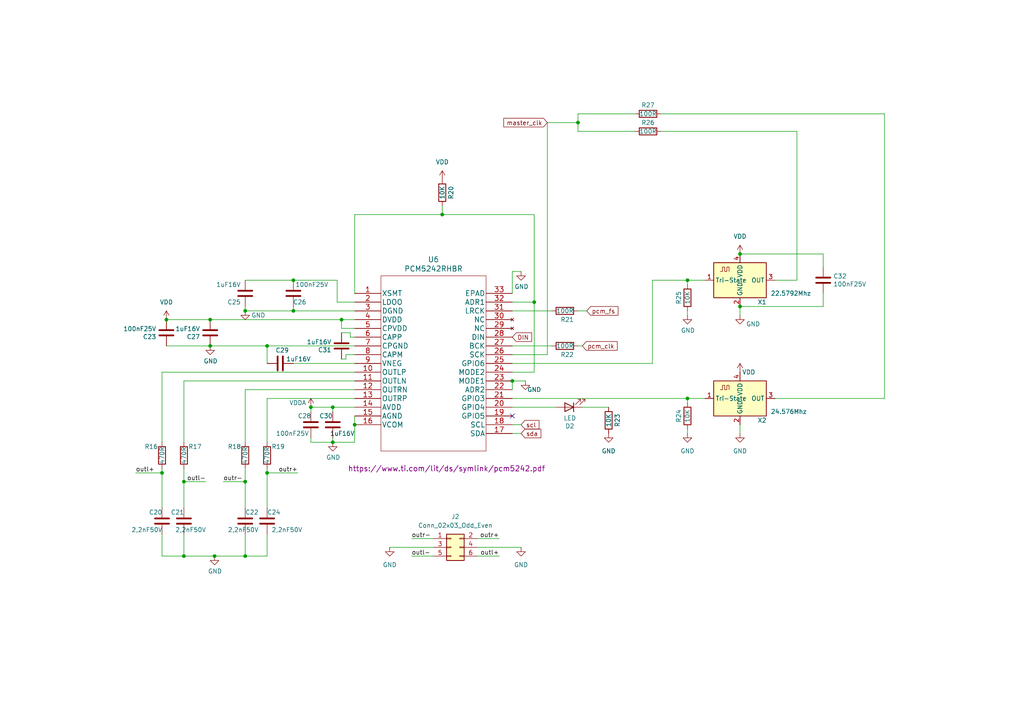
<source format=kicad_sch>
(kicad_sch (version 20230121) (generator eeschema)
  (paper "A4")
  (title_block (title "Open Pedalboard Soundcard") (date "2023-12-19") (rev "0.0.1") (company "github.com/pedalboard") (comment 1 "Source Code: https://github.com/pedalboard/pedalboard-hw") (comment 2 "License: CERN Open Hardware Licence Version 2 - Permissive"))
  (lib_symbols
    (symbol "Connector_Generic:Conn_02x03_Odd_Even" (pin_names (offset 1.016) hide)
      (property "Reference" "J" (at 1.27 5.08 0))
      (property "Value" "Conn_02x03_Odd_Even" (at 1.27 -5.08 0))
      (symbol "Conn_02x03_Odd_Even_1_1"
        (rectangle (start -1.27 -2.413) (end 0 -2.667) (stroke (width 0.1524)))
        (rectangle (start -1.27 0.127) (end 0 -0.127) (stroke (width 0.1524)))
        (rectangle (start -1.27 2.667) (end 0 2.413) (stroke (width 0.1524)))
        (rectangle (start -1.27 3.81) (end 3.81 -3.81) (stroke (width 0.254)) (fill (type background)))
        (rectangle (start 3.81 -2.413) (end 2.54 -2.667) (stroke (width 0.1524)))
        (rectangle (start 3.81 0.127) (end 2.54 -0.127) (stroke (width 0.1524)))
        (rectangle (start 3.81 2.667) (end 2.54 2.413) (stroke (width 0.1524)))
        (pin passive line (at -5.08 2.54 0) (length 3.81) (name "Pin_1") (number "1"))
        (pin passive line (at 7.62 2.54 180) (length 3.81) (name "Pin_2") (number "2"))
        (pin passive line (at -5.08 0 0) (length 3.81) (name "Pin_3") (number "3"))
        (pin passive line (at 7.62 0 180) (length 3.81) (name "Pin_4") (number "4"))
        (pin passive line (at -5.08 -2.54 0) (length 3.81) (name "Pin_5") (number "5"))
        (pin passive line (at 7.62 -2.54 180) (length 3.81) (name "Pin_6") (number "6"))
      )
    )
    (symbol "Device:C" (pin_numbers hide) (pin_names (offset 0.254))
      (property "Reference" "C" (at 0.635 2.54 0))
      (property "Value" "C" (at 0.635 -2.54 0))
      (symbol "C_0_1"
        (polyline (pts (xy -2.032 -0.762) (xy 2.032 -0.762)) (stroke (width 0.508)))
        (polyline (pts (xy -2.032 0.762) (xy 2.032 0.762)) (stroke (width 0.508)))
      )
      (symbol "C_1_1"
        (pin passive line (at 0 3.81 270) (length 2.794) (name "~") (number "1"))
        (pin passive line (at 0 -3.81 90) (length 2.794) (name "~") (number "2"))
      )
    )
    (symbol "Device:LED" (pin_numbers hide) (pin_names (offset 1.016) hide)
      (property "Reference" "D" (at 0 2.54 0))
      (property "Value" "LED" (at 0 -2.54 0))
      (symbol "LED_0_1"
        (polyline (pts (xy -1.27 -1.27) (xy -1.27 1.27)) (stroke (width 0.254)))
        (polyline (pts (xy -1.27 0) (xy 1.27 0)))
        (polyline (pts (xy 1.27 -1.27) (xy 1.27 1.27) (xy -1.27 0) (xy 1.27 -1.27)) (stroke (width 0.254)))
        (polyline (pts (xy -3.048 -0.762) (xy -4.572 -2.286) (xy -3.81 -2.286) (xy -4.572 -2.286) (xy -4.572 -1.524)))
        (polyline (pts (xy -1.778 -0.762) (xy -3.302 -2.286) (xy -2.54 -2.286) (xy -3.302 -2.286) (xy -3.302 -1.524)))
      )
      (symbol "LED_1_1"
        (pin passive line (at -3.81 0 0) (length 2.54) (name "K") (number "1"))
        (pin passive line (at 3.81 0 180) (length 2.54) (name "A") (number "2"))
      )
    )
    (symbol "Device:R" (pin_numbers hide) (pin_names (offset 0))
      (property "Reference" "R" (at 2.032 0 90))
      (property "Value" "R" (at 0 0 90))
      (symbol "R_0_1"
        (rectangle (start -1.016 -2.54) (end 1.016 2.54) (stroke (width 0.254)))
      )
      (symbol "R_1_1"
        (pin passive line (at 0 3.81 270) (length 1.27) (name "~") (number "1"))
        (pin passive line (at 0 -3.81 90) (length 1.27) (name "~") (number "2"))
      )
    )
    (symbol "pedalboard-soundcard:ASCO-Oscillator"
      (property "Reference" "X1" (at 5.08 -6.35 0))
      (property "Value" "22.5792Mhz" (at 7.62 -3.81 0))
      (symbol "ASCO-Oscillator_0_1"
        (rectangle (start -7.62 5.08) (end 7.62 -5.08) (stroke (width 0.254)) (fill (type background)))
        (polyline (pts (xy -5.715 2.54) (xy -5.08 2.54) (xy -5.08 3.81) (xy -4.445 3.81) (xy -4.445 2.54) (xy -3.81 2.54) (xy -3.81 3.81) (xy -3.175 3.81) (xy -3.175 2.54)))
      )
      (symbol "ASCO-Oscillator_1_1"
        (pin tri_state line (at -10.16 0 0) (length 2.54) (name "Tri-State") (number "1"))
        (pin power_in line (at 0 -7.62 90) (length 2.54) (name "GND") (number "2"))
        (pin output line (at 10.16 0 180) (length 2.54) (name "OUT") (number "3"))
        (pin power_in line (at 0 7.62 270) (length 2.54) (name "VDD") (number "4"))
      )
    )
    (symbol "pedalboard-soundcard:PCM5242RHBR-pcm5242" (pin_names (offset 0.254))
      (property "Reference" "U6" (at 22.86 9.8298 0))
      (property "Value" "PCM5242RHBR" (at 22.86 7.1374 0))
      (property "Datasheet" "https://www.ti.com/lit/ds/symlink/pcm5242.pdf" (at 26.67 -50.8 0))
      (symbol "PCM5242RHBR-pcm5242_1_1"
        (polyline (pts (xy 7.62 -45.72) (xy 38.1 -45.72)) (stroke (width 0.127)))
        (polyline (pts (xy 7.62 5.08) (xy 7.62 -45.72)) (stroke (width 0.127)))
        (polyline (pts (xy 38.1 -45.72) (xy 38.1 5.08)) (stroke (width 0.127)))
        (polyline (pts (xy 38.1 5.08) (xy 7.62 5.08)) (stroke (width 0.127)))
        (pin input line (at 0 0 0) (length 7.62) (name "XSMT") (number "1"))
        (pin output line (at 0 -22.86 0) (length 7.62) (name "OUTLP") (number "10"))
        (pin output line (at 0 -25.4 0) (length 7.62) (name "OUTLN") (number "11"))
        (pin output line (at 0 -27.94 0) (length 7.62) (name "OUTRN") (number "12"))
        (pin output line (at 0 -30.48 0) (length 7.62) (name "OUTRP") (number "13"))
        (pin power_in line (at 0 -33.02 0) (length 7.62) (name "AVDD") (number "14"))
        (pin power_in line (at 0 -35.56 0) (length 7.62) (name "AGND") (number "15"))
        (pin bidirectional line (at 0 -38.1 0) (length 7.62) (name "VCOM") (number "16"))
        (pin bidirectional line (at 45.72 -40.64 180) (length 7.62) (name "SDA") (number "17"))
        (pin input line (at 45.72 -38.1 180) (length 7.62) (name "SCL") (number "18"))
        (pin bidirectional line (at 45.72 -35.56 180) (length 7.62) (name "GPIO5") (number "19"))
        (pin output line (at 0 -2.54 0) (length 7.62) (name "LDOO") (number "2"))
        (pin bidirectional line (at 45.72 -33.02 180) (length 7.62) (name "GPIO4") (number "20"))
        (pin bidirectional line (at 45.72 -30.48 180) (length 7.62) (name "GPIO3") (number "21"))
        (pin bidirectional line (at 45.72 -27.94 180) (length 7.62) (name "ADR2") (number "22"))
        (pin input line (at 45.72 -25.4 180) (length 7.62) (name "MODE1") (number "23"))
        (pin input line (at 45.72 -22.86 180) (length 7.62) (name "MODE2") (number "24"))
        (pin bidirectional line (at 45.72 -20.32 180) (length 7.62) (name "GPIO6") (number "25"))
        (pin input line (at 45.72 -17.78 180) (length 7.62) (name "SCK") (number "26"))
        (pin bidirectional line (at 45.72 -15.24 180) (length 7.62) (name "BCK") (number "27"))
        (pin input line (at 45.72 -12.7 180) (length 7.62) (name "DIN") (number "28"))
        (pin no_connect line (at 45.72 -10.16 180) (length 7.62) (name "NC") (number "29"))
        (pin power_in line (at 0 -5.08 0) (length 7.62) (name "DGND") (number "3"))
        (pin no_connect line (at 45.72 -7.62 180) (length 7.62) (name "NC") (number "30"))
        (pin bidirectional line (at 45.72 -5.08 180) (length 7.62) (name "LRCK") (number "31"))
        (pin bidirectional line (at 45.72 -2.54 180) (length 7.62) (name "ADR1") (number "32"))
        (pin unspecified line (at 45.72 0 180) (length 7.62) (name "EPAD") (number "33"))
        (pin power_in line (at 0 -7.62 0) (length 7.62) (name "DVDD") (number "4"))
        (pin power_in line (at 0 -10.16 0) (length 7.62) (name "CPVDD") (number "5"))
        (pin output line (at 0 -12.7 0) (length 7.62) (name "CAPP") (number "6"))
        (pin power_in line (at 0 -15.24 0) (length 7.62) (name "CPGND") (number "7"))
        (pin output line (at 0 -17.78 0) (length 7.62) (name "CAPM") (number "8"))
        (pin output line (at 0 -20.32 0) (length 7.62) (name "VNEG") (number "9"))
      )
    )
    (symbol "power:GND" (power) (pin_names (offset 0))
      (property "Value" "GND" (at 0 -3.81 0))
      (symbol "GND_0_1"
        (polyline (pts (xy 0 0) (xy 0 -1.27) (xy 1.27 -1.27) (xy 0 -2.54) (xy -1.27 -1.27) (xy 0 -1.27)))
      )
      (symbol "GND_1_1"
        (pin power_in line (at 0 0 270) (length 0) hide (name "GND") (number "1"))
      )
    )
    (symbol "power:VDD" (power) (pin_names (offset 0))
      (property "Value" "VDD" (at 0 3.81 0))
      (symbol "VDD_0_1"
        (polyline (pts (xy -0.762 1.27) (xy 0 2.54)))
        (polyline (pts (xy 0 0) (xy 0 2.54)))
        (polyline (pts (xy 0 2.54) (xy 0.762 1.27)))
      )
      (symbol "VDD_1_1"
        (pin power_in line (at 0 0 90) (length 0) hide (name "VDD") (number "1"))
      )
    )
    (symbol "power:VDDA" (power) (pin_names (offset 0))
      (property "Value" "VDDA" (at 0 3.81 0))
      (symbol "VDDA_0_1"
        (polyline (pts (xy -0.762 1.27) (xy 0 2.54)))
        (polyline (pts (xy 0 0) (xy 0 2.54)))
        (polyline (pts (xy 0 2.54) (xy 0.762 1.27)))
      )
      (symbol "VDDA_1_1"
        (pin power_in line (at 0 0 90) (length 0) hide (name "VDDA") (number "1"))
      )
    )
  )
  (junction (at 90.17 118.11))
  (junction (at 199.39 115.57))
  (junction (at 99.06 92.71))
  (junction (at 85.09 90.17))
  (junction (at 199.39 81.28))
  (junction (at 60.96 100.33))
  (junction (at 48.26 92.71))
  (junction (at 102.87 123.19))
  (junction (at 214.63 73.66))
  (junction (at 53.34 139.7))
  (junction (at 71.12 161.29))
  (junction (at 77.47 137.16))
  (junction (at 167.64 35.56))
  (junction (at 46.99 137.16))
  (junction (at 60.96 92.71))
  (junction (at 85.09 81.28))
  (junction (at 53.34 161.29))
  (junction (at 96.52 128.27))
  (junction (at 128.27 62.23))
  (junction (at 214.63 88.9))
  (junction (at 77.47 100.33))
  (junction (at 154.94 87.63))
  (junction (at 71.12 90.17))
  (junction (at 71.12 139.7))
  (junction (at 96.52 118.11))
  (junction (at 148.59 110.49))
  (junction (at 62.23 161.29))
  (no_connect (at 148.59 120.65))
  (wire (pts (xy 85.09 81.28) (xy 97.79 81.28)))
  (wire (pts (xy 77.47 115.57) (xy 77.47 128.27)))
  (wire (pts (xy 62.23 161.29) (xy 71.12 161.29)))
  (wire (pts (xy 148.59 102.87) (xy 158.75 102.87)))
  (wire (pts (xy 77.47 161.29) (xy 77.47 154.94)))
  (wire (pts (xy 59.69 139.7) (xy 53.34 139.7)))
  (wire (pts (xy 90.17 118.11) (xy 96.52 118.11)))
  (wire (pts (xy 144.78 156.21) (xy 138.43 156.21)))
  (wire (pts (xy 39.37 137.16) (xy 46.99 137.16)))
  (wire (pts (xy 176.53 118.11) (xy 168.91 118.11)))
  (wire (pts (xy 167.64 33.02) (xy 184.15 33.02)))
  (wire (pts (xy 102.87 118.11) (xy 96.52 118.11)))
  (wire (pts (xy 53.34 135.89) (xy 53.34 139.7)))
  (wire (pts (xy 199.39 116.84) (xy 199.39 115.57)))
  (wire (pts (xy 77.47 100.33) (xy 102.87 100.33)))
  (wire (pts (xy 161.29 118.11) (xy 148.59 118.11)))
  (wire (pts (xy 71.12 128.27) (xy 71.12 113.03)))
  (wire (pts (xy 77.47 137.16) (xy 77.47 147.32)))
  (wire (pts (xy 71.12 135.89) (xy 71.12 139.7)))
  (wire (pts (xy 148.59 105.41) (xy 189.23 105.41)))
  (wire (pts (xy 238.76 88.9) (xy 214.63 88.9)))
  (wire (pts (xy 71.12 90.17) (xy 85.09 90.17)))
  (wire (pts (xy 128.27 62.23) (xy 154.94 62.23)))
  (wire (pts (xy 53.34 110.49) (xy 53.34 128.27)))
  (wire (pts (xy 148.59 78.74) (xy 148.59 85.09)))
  (wire (pts (xy 256.54 33.02) (xy 191.77 33.02)))
  (wire (pts (xy 53.34 147.32) (xy 53.34 139.7)))
  (wire (pts (xy 148.59 123.19) (xy 151.13 123.19)))
  (wire (pts (xy 99.06 96.52) (xy 101.6 96.52)))
  (wire (pts (xy 90.17 128.27) (xy 96.52 128.27)))
  (wire (pts (xy 96.52 119.38) (xy 96.52 118.11)))
  (wire (pts (xy 154.94 62.23) (xy 154.94 87.63)))
  (wire (pts (xy 85.09 90.17) (xy 102.87 90.17)))
  (wire (pts (xy 96.52 128.27) (xy 102.87 128.27)))
  (wire (pts (xy 214.63 91.44) (xy 214.63 88.9)))
  (wire (pts (xy 144.78 161.29) (xy 138.43 161.29)))
  (wire (pts (xy 238.76 77.47) (xy 238.76 73.66)))
  (wire (pts (xy 102.87 87.63) (xy 97.79 87.63)))
  (wire (pts (xy 154.94 87.63) (xy 154.94 107.95)))
  (wire (pts (xy 167.64 38.1) (xy 184.15 38.1)))
  (wire (pts (xy 214.63 73.66) (xy 238.76 73.66)))
  (wire (pts (xy 102.87 110.49) (xy 53.34 110.49)))
  (wire (pts (xy 148.59 107.95) (xy 154.94 107.95)))
  (wire (pts (xy 71.12 161.29) (xy 71.12 154.94)))
  (wire (pts (xy 97.79 81.28) (xy 97.79 87.63)))
  (wire (pts (xy 71.12 147.32) (xy 71.12 139.7)))
  (wire (pts (xy 160.02 90.17) (xy 148.59 90.17)))
  (wire (pts (xy 99.06 92.71) (xy 102.87 92.71)))
  (wire (pts (xy 113.03 158.75) (xy 125.73 158.75)))
  (wire (pts (xy 71.12 161.29) (xy 77.47 161.29)))
  (wire (pts (xy 77.47 105.41) (xy 77.47 100.33)))
  (wire (pts (xy 71.12 113.03) (xy 102.87 113.03)))
  (wire (pts (xy 102.87 95.25) (xy 99.06 95.25)))
  (wire (pts (xy 167.64 38.1) (xy 167.64 35.56)))
  (wire (pts (xy 46.99 161.29) (xy 53.34 161.29)))
  (wire (pts (xy 99.06 104.14) (xy 100.33 104.14)))
  (wire (pts (xy 256.54 33.02) (xy 256.54 115.57)))
  (wire (pts (xy 256.54 115.57) (xy 224.79 115.57)))
  (wire (pts (xy 71.12 81.28) (xy 85.09 81.28)))
  (wire (pts (xy 99.06 95.25) (xy 99.06 92.71)))
  (wire (pts (xy 77.47 135.89) (xy 77.47 137.16)))
  (wire (pts (xy 231.14 81.28) (xy 224.79 81.28)))
  (wire (pts (xy 71.12 90.17) (xy 71.12 88.9)))
  (wire (pts (xy 199.39 115.57) (xy 204.47 115.57)))
  (wire (pts (xy 85.09 88.9) (xy 85.09 90.17)))
  (wire (pts (xy 102.87 107.95) (xy 46.99 107.95)))
  (wire (pts (xy 101.6 97.79) (xy 102.87 97.79)))
  (wire (pts (xy 158.75 35.56) (xy 167.64 35.56)))
  (wire (pts (xy 189.23 105.41) (xy 189.23 81.28)))
  (wire (pts (xy 53.34 161.29) (xy 62.23 161.29)))
  (wire (pts (xy 46.99 107.95) (xy 46.99 128.27)))
  (wire (pts (xy 102.87 128.27) (xy 102.87 123.19)))
  (wire (pts (xy 86.36 137.16) (xy 77.47 137.16)))
  (wire (pts (xy 214.63 125.73) (xy 214.63 123.19)))
  (wire (pts (xy 170.18 90.17) (xy 167.64 90.17)))
  (wire (pts (xy 148.59 78.74) (xy 151.13 78.74)))
  (wire (pts (xy 46.99 161.29) (xy 46.99 154.94)))
  (wire (pts (xy 119.38 156.21) (xy 125.73 156.21)))
  (wire (pts (xy 85.09 105.41) (xy 102.87 105.41)))
  (wire (pts (xy 100.33 102.87) (xy 102.87 102.87)))
  (wire (pts (xy 128.27 59.69) (xy 128.27 62.23)))
  (wire (pts (xy 191.77 38.1) (xy 231.14 38.1)))
  (wire (pts (xy 60.96 100.33) (xy 77.47 100.33)))
  (wire (pts (xy 199.39 91.44) (xy 199.39 90.17)))
  (wire (pts (xy 199.39 81.28) (xy 204.47 81.28)))
  (wire (pts (xy 46.99 137.16) (xy 46.99 147.32)))
  (wire (pts (xy 148.59 113.03) (xy 148.59 110.49)))
  (wire (pts (xy 96.52 128.27) (xy 96.52 127)))
  (wire (pts (xy 148.59 115.57) (xy 199.39 115.57)))
  (wire (pts (xy 199.39 82.55) (xy 199.39 81.28)))
  (wire (pts (xy 102.87 115.57) (xy 77.47 115.57)))
  (wire (pts (xy 48.26 100.33) (xy 60.96 100.33)))
  (wire (pts (xy 101.6 96.52) (xy 101.6 97.79)))
  (wire (pts (xy 189.23 81.28) (xy 199.39 81.28)))
  (wire (pts (xy 148.59 100.33) (xy 160.02 100.33)))
  (wire (pts (xy 148.59 87.63) (xy 154.94 87.63)))
  (wire (pts (xy 231.14 38.1) (xy 231.14 81.28)))
  (wire (pts (xy 46.99 135.89) (xy 46.99 137.16)))
  (wire (pts (xy 102.87 62.23) (xy 128.27 62.23)))
  (wire (pts (xy 168.91 100.33) (xy 167.64 100.33)))
  (wire (pts (xy 138.43 158.75) (xy 151.13 158.75)))
  (wire (pts (xy 64.77 139.7) (xy 71.12 139.7)))
  (wire (pts (xy 102.87 120.65) (xy 102.87 123.19)))
  (wire (pts (xy 167.64 33.02) (xy 167.64 35.56)))
  (wire (pts (xy 48.26 92.71) (xy 60.96 92.71)))
  (wire (pts (xy 90.17 119.38) (xy 90.17 118.11)))
  (wire (pts (xy 60.96 92.71) (xy 99.06 92.71)))
  (wire (pts (xy 119.38 161.29) (xy 125.73 161.29)))
  (wire (pts (xy 199.39 125.73) (xy 199.39 124.46)))
  (wire (pts (xy 53.34 161.29) (xy 53.34 154.94)))
  (wire (pts (xy 158.75 35.56) (xy 158.75 102.87)))
  (wire (pts (xy 238.76 85.09) (xy 238.76 88.9)))
  (wire (pts (xy 100.33 104.14) (xy 100.33 102.87)))
  (wire (pts (xy 148.59 110.49) (xy 152.4 110.49)))
  (wire (pts (xy 90.17 128.27) (xy 90.17 127)))
  (wire (pts (xy 148.59 125.73) (xy 151.13 125.73)))
  (wire (pts (xy 102.87 85.09) (xy 102.87 62.23)))
  (label "outl-" (at 59.69 139.7 180))
  (label "outl+" (at 144.78 161.29 180))
  (label "outl-" (at 119.38 161.29 0))
  (label "outr+" (at 86.36 137.16 180))
  (label "outr-" (at 119.38 156.21 0))
  (label "outr+" (at 144.78 156.21 180))
  (label "outl+" (at 39.37 137.16 0))
  (label "outr-" (at 64.77 139.7 0))
  (global_label "scl" (shape input) (at 151.13 123.19 0) (property "Intersheetrefs" "${INTERSHEET_REFS}" (effects hide)))
  (global_label "DIN" (shape input) (at 148.59 97.79 0) (property "Intersheetrefs" "${INTERSHEET_REFS}" (effects hide)))
  (global_label "pcm_clk" (shape input) (at 168.91 100.33 0) (property "Intersheetrefs" "${INTERSHEET_REFS}" (effects hide)))
  (global_label "sda" (shape input) (at 151.13 125.73 0) (property "Intersheetrefs" "${INTERSHEET_REFS}" (effects hide)))
  (global_label "pcm_fs" (shape input) (at 170.18 90.17 0) (property "Intersheetrefs" "${INTERSHEET_REFS}" (effects hide)))
  (global_label "master_clk" (shape input) (at 158.75 35.56 180) (property "Intersheetrefs" "${INTERSHEET_REFS}" (effects hide)))
  (symbol (lib_id "Device:C") (at 71.12 85.09 180) (unit 1)
    (property "Reference" "C25" (at 69.85 87.63 0) (effects (justify left)))
    (property "Value" "1uF16V" (at 69.85 82.55 0) (effects (justify left)))
    (property "Footprint" "Capacitor_SMD:C_0805_2012Metric" (effects hide))
    (property "Datasheet" "https://www.samsungsem.com/resources/file/global/support/product_catalog/MLCC.pdf" (effects hide))
    (property "Supplier" "https://www.digikey.ch/de/products/detail/samsung-electro-mechanics/CL21B105KAFNNNE/3886724" (effects hide))
    (instances (project "pedalboard-soundcard" (path "" (reference "C25") (unit 1)) (path "" (reference "C23") (unit 1))) (project "zynthiandac" (path "" (reference "C25") (unit 1))))
  )
  (symbol (lib_id "Device:C") (at 48.26 96.52 180) (unit 1)
    (property "Reference" "C23" (at 45.339 97.6884 0) (effects (justify left)))
    (property "Value" "100nF25V" (at 45.339 95.377 0) (effects (justify left)))
    (property "Footprint" "Capacitor_SMD:C_0805_2012Metric" (effects hide))
    (property "Datasheet" "https://www.samsungsem.com/resources/file/global/support/product_catalog/MLCC.pdf" (effects hide))
    (property "Supplier" "https://www.digikey.ch/de/products/detail/samsung-electro-mechanics/CL21B104KBCNNNC/3886661" (effects hide))
    (instances (project "pedalboard-soundcard" (path "" (reference "C23") (unit 1)) (path "" (reference "C20") (unit 1))) (project "zynthiandac" (path "" (reference "C18") (unit 1))))
  )
  (symbol (lib_id "Device:C") (at 99.06 100.33 180) (unit 1)
    (property "Reference" "C31" (at 96.139 101.4984 0) (effects (justify left)))
    (property "Value" "1uF16V" (at 96.139 99.187 0) (effects (justify left)))
    (property "Footprint" "Capacitor_SMD:C_0805_2012Metric" (effects hide))
    (property "Datasheet" "https://www.samsungsem.com/resources/file/global/support/product_catalog/MLCC.pdf" (effects hide))
    (property "Supplier" "https://www.digikey.ch/de/products/detail/samsung-electro-mechanics/CL21B105KAFNNNE/3886724" (effects hide))
    (instances (project "pedalboard-soundcard" (path "" (reference "C31") (unit 1)) (path "" (reference "C31") (unit 1))) (project "zynthiandac" (path "" (reference "C26") (unit 1))))
  )
  (symbol (lib_id "Device:R") (at 187.96 38.1 270) (unit 1)
    (property "Reference" "R26" (at 187.96 35.56 90))
    (property "Value" "100R" (at 187.96 38.1 90))
    (property "Footprint" "Resistor_SMD:R_0805_2012Metric" (effects hide))
    (property "Datasheet" "https://www.seielect.com/catalog/sei-rmcf_rmcp.pdf" (effects hide))
    (property "Supplier" "https://www.digikey.ch/de/products/detail/stackpole-electronics-inc/RMCF0805FT100R/1760711" (effects hide))
    (instances (project "pedalboard-soundcard" (path "" (reference "R26") (unit 1)) (path "" (reference "R26") (unit 1))) (project "zynthiandac" (path "" (reference "R21") (unit 1))))
  )
  (symbol (lib_id "Device:R") (at 77.47 132.08 0) (unit 1)
    (property "Reference" "R19" (at 78.74 129.54 0) (effects (justify left)))
    (property "Value" "470R" (at 77.47 134.62 90) (effects (justify left)))
    (property "Footprint" "Resistor_SMD:R_0805_2012Metric" (effects hide))
    (property "Datasheet" "https://www.seielect.com/catalog/sei-rmcf_rmcp.pdf" (effects hide))
    (property "Supplier" "https://www.digikey.ch/de/products/detail/stackpole-electronics-inc/RMCF0805FT470R/1760300" (effects hide))
    (instances (project "pedalboard-soundcard" (path "" (reference "R19") (unit 1)) (path "" (reference "R19") (unit 1))) (project "zynthiandac" (path "" (reference "R18") (unit 1))))
  )
  (symbol (lib_id "power:GND") (at 176.53 125.73 0) (unit 1)
    (property "Reference" "#PWR029" (effects hide))
    (property "Value" "GND" (at 176.53 130.81 0))
  )
  (symbol (lib_id "Device:LED") (at 165.1 118.11 180) (unit 1)
    (property "Reference" "D2" (at 165.2778 123.5964 0))
    (property "Value" "LED" (at 165.2778 121.285 0))
    (property "Footprint" "LED_SMD:LED_0805_2012Metric" (effects hide))
  )
  (symbol (lib_id "Device:C") (at 90.17 123.19 0) (unit 1)
    (property "Reference" "C28" (at 86.36 120.65 0) (effects (justify left)))
    (property "Value" "100nF25V" (at 80.01 125.73 0) (effects (justify left)))
    (property "Footprint" "Capacitor_SMD:C_0805_2012Metric" (effects hide))
    (property "Datasheet" "https://www.samsungsem.com/resources/file/global/support/product_catalog/MLCC.pdf" (effects hide))
    (property "Supplier" "https://www.digikey.ch/de/products/detail/samsung-electro-mechanics/CL21B104KBCNNNC/3886661" (effects hide))
    (instances (project "pedalboard-soundcard" (path "" (reference "C28") (unit 1)) (path "" (reference "C29") (unit 1))) (project "zynthiandac" (path "" (reference "C23") (unit 1))))
  )
  (symbol (lib_id "Device:C") (at 85.09 85.09 180) (unit 1)
    (property "Reference" "C26" (at 88.9 87.63 0) (effects (justify left)))
    (property "Value" "100nF25V" (at 95.25 82.55 0) (effects (justify left)))
    (property "Footprint" "Capacitor_SMD:C_0805_2012Metric" (effects hide))
    (property "Datasheet" "https://www.samsungsem.com/resources/file/global/support/product_catalog/MLCC.pdf" (effects hide))
    (property "Supplier" "https://www.digikey.ch/de/products/detail/samsung-electro-mechanics/CL21B104KBCNNNC/3886661" (effects hide))
    (instances (project "pedalboard-soundcard" (path "" (reference "C26") (unit 1)) (path "" (reference "C28") (unit 1))) (project "zynthiandac" (path "" (reference "C31") (unit 1))))
  )
  (symbol (lib_id "Device:R") (at 128.27 55.88 180) (unit 1)
    (property "Reference" "R20" (at 130.81 55.88 90))
    (property "Value" "10K" (at 128.27 55.88 90))
    (property "Footprint" "Resistor_SMD:R_0805_2012Metric" (effects hide))
    (property "Datasheet" "https://www.seielect.com/catalog/sei-rmcf_rmcp.pdf" (effects hide))
    (property "Supplier" "https://www.digikey.ch/de/products/detail/stackpole-electronics-inc/RMCF0805FT10K0/1760676" (effects hide))
    (instances (project "pedalboard-soundcard" (path "" (reference "R20") (unit 1)) (path "" (reference "R20") (unit 1))) (project "zynthiandac" (path "" (reference "R1") (unit 1))))
  )
  (symbol (lib_id "Device:C") (at 71.12 151.13 0) (unit 1)
    (property "Reference" "C22" (at 71.12 148.59 0) (effects (justify left)))
    (property "Value" "2,2nF50V" (at 66.04 153.67 0) (effects (justify left)))
    (property "Footprint" "Capacitor_SMD:C_0805_2012Metric" (effects hide))
    (property "Datasheet" "https://www.samsungsem.com/resources/file/global/support/product_catalog/MLCC.pdf" (effects hide))
    (property "Supplier" "https://www.digikey.ch/de/products/detail/samsung-electro-mechanics/CL21B222KBANNNC/3886829" (effects hide))
    (instances (project "pedalboard-soundcard" (path "" (reference "C22") (unit 1)) (path "" (reference "C25") (unit 1))) (project "zynthiandac" (path "" (reference "C16") (unit 1))))
  )
  (symbol (lib_id "pedalboard-soundcard:ASCO-Oscillator") (at 214.63 115.57 0) (unit 1)
    (property "Reference" "X2" (at 219.71 121.92 0) (effects (justify left)))
    (property "Value" "24.576Mhz" (at 223.52 119.38 0) (effects (justify left)))
    (property "Footprint" "pedalboard-soundcard:Oscillator_SMD_Abracon_ASDMB-4Pin_2.5x2.0mm" (effects hide))
    (property "Datasheet" "https://abracon.com/Oscillators/ASCO.pdf" (effects hide))
    (property "Supplier" "https://www.digikey.ch/de/products/detail/abracon-llc/ASDMB-24-576MHZ-LC-T/2809941" (effects hide))
  )
  (symbol (lib_id "Device:R") (at 187.96 33.02 270) (unit 1)
    (property "Reference" "R27" (at 187.96 30.48 90))
    (property "Value" "100R" (at 187.96 33.02 90))
    (property "Footprint" "Resistor_SMD:R_0805_2012Metric" (effects hide))
    (property "Datasheet" "https://www.seielect.com/catalog/sei-rmcf_rmcp.pdf" (effects hide))
    (property "Supplier" "https://www.digikey.ch/de/products/detail/stackpole-electronics-inc/RMCF0805FT100R/1760711" (effects hide))
    (instances (project "pedalboard-soundcard" (path "" (reference "R27") (unit 1)) (path "" (reference "R27") (unit 1))) (project "zynthiandac" (path "" (reference "R22") (unit 1))))
  )
  (symbol (lib_id "Device:R") (at 46.99 132.08 0) (unit 1)
    (property "Reference" "R16" (at 41.91 129.54 0) (effects (justify left)))
    (property "Value" "470R" (at 46.99 134.62 90) (effects (justify left)))
    (property "Footprint" "Resistor_SMD:R_0805_2012Metric" (effects hide))
    (property "Datasheet" "https://www.seielect.com/catalog/sei-rmcf_rmcp.pdf" (effects hide))
    (property "Supplier" "https://www.digikey.ch/de/products/detail/stackpole-electronics-inc/RMCF0805FT470R/1760300" (effects hide))
    (instances (project "pedalboard-soundcard" (path "" (reference "R16") (unit 1)) (path "" (reference "R16") (unit 1))) (project "zynthiandac" (path "" (reference "R15") (unit 1))))
  )
  (symbol (lib_id "Device:C") (at 46.99 151.13 0) (unit 1)
    (property "Reference" "C20" (at 43.18 148.59 0) (effects (justify left)))
    (property "Value" "2,2nF50V" (at 38.1 153.67 0) (effects (justify left)))
    (property "Footprint" "Capacitor_SMD:C_0805_2012Metric" (effects hide))
    (property "Datasheet" "https://www.samsungsem.com/resources/file/global/support/product_catalog/MLCC.pdf" (effects hide))
    (property "Supplier" "https://www.digikey.ch/de/products/detail/samsung-electro-mechanics/CL21B222KBANNNC/3886829" (effects hide))
    (instances (project "pedalboard-soundcard" (path "" (reference "C20") (unit 1)) (path "" (reference "C21") (unit 1))) (project "zynthiandac" (path "" (reference "C10") (unit 1))))
  )
  (symbol (lib_id "Device:C") (at 238.76 81.28 0) (unit 1)
    (property "Reference" "C32" (at 241.681 80.1116 0) (effects (justify left)))
    (property "Value" "100nF25V" (at 241.681 82.423 0) (effects (justify left)))
    (property "Footprint" "Capacitor_SMD:C_0805_2012Metric" (effects hide))
    (property "Datasheet" "https://www.samsungsem.com/resources/file/global/support/product_catalog/MLCC.pdf" (effects hide))
    (property "Supplier" "https://www.digikey.ch/de/products/detail/samsung-electro-mechanics/CL21B104KBCNNNC/3886661" (effects hide))
    (instances (project "pedalboard-soundcard" (path "" (reference "C32") (unit 1)) (path "" (reference "C32") (unit 1))) (project "zynthiandac" (path "" (reference "C28") (unit 1))))
  )
  (symbol (lib_id "power:GND") (at 199.39 91.44 0) (unit 1)
    (property "Reference" "#PWR017" (effects hide))
    (property "Value" "GND" (at 199.517 95.8342 0))
    (instances (project "pedalboard-soundcard" (path "" (reference "#PWR017") (unit 1)) (path "" (reference "#PWR013") (unit 1))) (project "zynthiandac" (path "" (reference "#PWR0103") (unit 1))))
  )
  (symbol (lib_id "Device:R") (at 199.39 120.65 0) (unit 1)
    (property "Reference" "R24" (at 196.85 120.65 90))
    (property "Value" "10K" (at 199.39 120.65 90))
    (property "Footprint" "Resistor_SMD:R_0805_2012Metric" (effects hide))
    (property "Datasheet" "https://www.seielect.com/catalog/sei-rmcf_rmcp.pdf" (effects hide))
    (property "Supplier" "https://www.digikey.ch/de/products/detail/stackpole-electronics-inc/RMCF0805FT10K0/1760676" (effects hide))
    (instances (project "pedalboard-soundcard" (path "" (reference "R24") (unit 1)) (path "" (reference "R23") (unit 1))) (project "zynthiandac" (path "" (reference "R23") (unit 1))))
  )
  (symbol (lib_id "power:GND") (at 60.96 100.33 0) (unit 1)
    (property "Reference" "#PWR013" (effects hide))
    (property "Value" "GND" (at 61.087 104.7242 0))
    (instances (project "pedalboard-soundcard" (path "" (reference "#PWR013") (unit 1)) (path "" (reference "#PWR09") (unit 1))) (project "zynthiandac" (path "" (reference "#PWR0110") (unit 1))))
  )
  (symbol (lib_id "power:GND") (at 96.52 128.27 0) (unit 1)
    (property "Reference" "#PWR015" (effects hide))
    (property "Value" "GND" (at 96.647 132.6642 0))
    (instances (project "pedalboard-soundcard" (path "" (reference "#PWR015") (unit 1)) (path "" (reference "#PWR011") (unit 1))) (project "zynthiandac" (path "" (reference "#PWR0111") (unit 1))))
  )
  (symbol (lib_id "power:GND") (at 214.63 125.73 0) (unit 1)
    (property "Reference" "#PWR028" (effects hide))
    (property "Value" "GND" (at 214.63 130.81 0))
  )
  (symbol (lib_id "Device:C") (at 60.96 96.52 180) (unit 1)
    (property "Reference" "C27" (at 58.039 97.6884 0) (effects (justify left)))
    (property "Value" "1uF16V" (at 58.039 95.377 0) (effects (justify left)))
    (property "Footprint" "Capacitor_SMD:C_0805_2012Metric" (effects hide))
    (property "Datasheet" "https://www.samsungsem.com/resources/file/global/support/product_catalog/MLCC.pdf" (effects hide))
    (property "Supplier" "https://www.digikey.ch/de/products/detail/samsung-electro-mechanics/CL21B105KAFNNNE/3886724" (effects hide))
    (instances (project "pedalboard-soundcard" (path "" (reference "C27") (unit 1)) (path "" (reference "C24") (unit 1))) (project "zynthiandac" (path "" (reference "C22") (unit 1))))
  )
  (symbol (lib_id "power:GND") (at 62.23 161.29 0) (unit 1)
    (property "Reference" "#PWR012" (effects hide))
    (property "Value" "GND" (at 62.357 165.6842 0))
    (instances (project "pedalboard-soundcard" (path "" (reference "#PWR012") (unit 1)) (path "" (reference "#PWR08") (unit 1))) (project "zynthiandac" (path "" (reference "#PWR0113") (unit 1))))
  )
  (symbol (lib_id "power:GND") (at 151.13 158.75 0) (unit 1)
    (property "Reference" "#PWR017" (effects hide))
    (property "Value" "GND" (at 151.13 163.83 0))
  )
  (symbol (lib_id "power:GND") (at 113.03 158.75 0) (unit 1)
    (property "Reference" "#PWR016" (effects hide))
    (property "Value" "GND" (at 113.03 163.83 0))
  )
  (symbol (lib_id "power:GND") (at 214.63 91.44 0) (unit 1)
    (property "Reference" "#PWR027" (effects hide))
    (property "Value" "GND" (at 218.44 93.98 0))
  )
  (symbol (lib_id "power:GND") (at 151.13 78.74 0) (unit 1)
    (property "Reference" "#PWR016" (effects hide))
    (property "Value" "GND" (at 151.257 83.1342 0))
    (instances (project "pedalboard-soundcard" (path "" (reference "#PWR016") (unit 1)) (path "" (reference "#PWR012") (unit 1))) (project "zynthiandac" (path "" (reference "#PWR0115") (unit 1))))
  )
  (symbol (lib_id "Device:C") (at 96.52 123.19 180) (unit 1)
    (property "Reference" "C30" (at 96.52 120.65 0) (effects (justify left)))
    (property "Value" "1uF16V" (at 102.87 125.73 0) (effects (justify left)))
    (property "Footprint" "Capacitor_SMD:C_0805_2012Metric" (effects hide))
    (property "Datasheet" "https://www.samsungsem.com/resources/file/global/support/product_catalog/MLCC.pdf" (effects hide))
    (property "Supplier" "https://www.digikey.ch/de/products/detail/samsung-electro-mechanics/CL21B105KAFNNNE/3886724" (effects hide))
    (instances (project "pedalboard-soundcard" (path "" (reference "C30") (unit 1)) (path "" (reference "C30") (unit 1))) (project "zynthiandac" (path "" (reference "C33") (unit 1))))
  )
  (symbol (lib_id "Device:C") (at 81.28 105.41 90) (unit 1)
    (property "Reference" "C29" (at 83.82 101.6 90) (effects (justify left)))
    (property "Value" "1uF16V" (at 90.17 104.14 90) (effects (justify left)))
    (property "Footprint" "Capacitor_SMD:C_0805_2012Metric" (effects hide))
    (property "Datasheet" "https://www.samsungsem.com/resources/file/global/support/product_catalog/MLCC.pdf" (effects hide))
    (property "Supplier" "https://www.digikey.ch/de/products/detail/samsung-electro-mechanics/CL21B105KAFNNNE/3886724" (effects hide))
    (instances (project "pedalboard-soundcard" (path "" (reference "C29") (unit 1)) (path "" (reference "C27") (unit 1))) (project "zynthiandac" (path "" (reference "C24") (unit 1))))
  )
  (symbol (lib_id "power:GND") (at 71.12 90.17 0) (unit 1)
    (property "Reference" "#PWR014" (effects hide))
    (property "Value" "GND" (at 74.93 91.44 0))
    (instances (project "pedalboard-soundcard" (path "" (reference "#PWR014") (unit 1)) (path "" (reference "#PWR010") (unit 1))) (project "zynthiandac" (path "" (reference "#PWR03") (unit 1))))
  )
  (symbol (lib_id "power:VDD") (at 214.63 107.95 0) (unit 1)
    (property "Reference" "#PWR026" (effects hide))
    (property "Value" "VDD" (at 217.17 107.95 0))
  )
  (symbol (lib_id "Device:R") (at 163.83 100.33 270) (unit 1)
    (property "Reference" "R22" (at 162.56 102.87 90) (effects (justify left)))
    (property "Value" "100R" (at 161.29 100.33 90) (effects (justify left)))
    (property "Footprint" "Resistor_SMD:R_0805_2012Metric" (effects hide))
    (property "Datasheet" "https://www.seielect.com/catalog/sei-rmcf_rmcp.pdf" (effects hide))
    (property "Supplier" "https://www.digikey.ch/de/products/detail/stackpole-electronics-inc/RMCF0805FT100R/1760711" (effects hide))
    (instances (project "pedalboard-soundcard" (path "" (reference "R22") (unit 1)) (path "" (reference "R22") (unit 1))) (project "zynthiandac" (path "" (reference "R27") (unit 1))))
  )
  (symbol (lib_id "Device:R") (at 163.83 90.17 270) (unit 1)
    (property "Reference" "R21" (at 162.56 92.71 90) (effects (justify left)))
    (property "Value" "100R" (at 161.29 90.17 90) (effects (justify left)))
    (property "Footprint" "Resistor_SMD:R_0805_2012Metric" (effects hide))
    (property "Datasheet" "https://www.seielect.com/catalog/sei-rmcf_rmcp.pdf" (effects hide))
    (property "Supplier" "https://www.digikey.ch/de/products/detail/stackpole-electronics-inc/RMCF0805FT100R/1760711" (effects hide))
    (instances (project "pedalboard-soundcard" (path "" (reference "R21") (unit 1)) (path "" (reference "R21") (unit 1))) (project "zynthiandac" (path "" (reference "R25") (unit 1))))
  )
  (symbol (lib_id "pedalboard-soundcard:PCM5242RHBR-pcm5242") (at 102.87 85.09 0) (unit 1)
    (property "Reference" "U6" (at 125.73 75.2602 0) (effects (font (size 1.524 1.524))))
    (property "Value" "PCM5242RHBR" (at 125.73 77.9526 0) (effects (font (size 1.524 1.524))))
    (property "Footprint" "pedalboard-soundcard:HVQFN-32-1EP_5x5mm_P0.5mm_EP3.1x3.1mm_ThermalVias" (effects hide))
    (property "Datasheet" "https://www.ti.com/lit/ds/symlink/pcm5242.pdf" (at 129.54 135.89 0) (effects (font (size 1.524 1.524))))
    (property "Supplier" "https://www.digikey.ch/de/products/detail/texas-instruments/PCM5242RHBR/6571831" (effects hide))
  )
  (symbol (lib_id "Device:R") (at 53.34 132.08 0) (unit 1)
    (property "Reference" "R17" (at 54.61 129.54 0) (effects (justify left)))
    (property "Value" "470R" (at 53.34 134.62 90) (effects (justify left)))
    (property "Footprint" "Resistor_SMD:R_0805_2012Metric" (effects hide))
    (property "Datasheet" "https://www.seielect.com/catalog/sei-rmcf_rmcp.pdf" (effects hide))
    (property "Supplier" "https://www.digikey.ch/de/products/detail/stackpole-electronics-inc/RMCF0805FT470R/1760300" (effects hide))
    (instances (project "pedalboard-soundcard" (path "" (reference "R17") (unit 1)) (path "" (reference "R17") (unit 1))) (project "zynthiandac" (path "" (reference "R16") (unit 1))))
  )
  (symbol (lib_id "Connector_Generic:Conn_02x03_Odd_Even") (at 130.81 158.75 0) (unit 1)
    (property "Reference" "J2" (at 132.08 149.86 0))
    (property "Value" "Conn_02x03_Odd_Even" (at 132.08 152.4 0))
    (property "Footprint" "pedalboard-soundcard:PinSocket_2x03_P2.54mm_Vertical" (effects hide))
  )
  (symbol (lib_id "power:VDD") (at 48.26 92.71 0) (unit 1)
    (property "Reference" "#PWR022" (effects hide))
    (property "Value" "VDD" (at 48.26 87.63 0))
  )
  (symbol (lib_id "Device:R") (at 71.12 132.08 0) (unit 1)
    (property "Reference" "R18" (at 66.04 129.54 0) (effects (justify left)))
    (property "Value" "470R" (at 71.12 134.62 90) (effects (justify left)))
    (property "Footprint" "Resistor_SMD:R_0805_2012Metric" (effects hide))
    (property "Datasheet" "https://www.seielect.com/catalog/sei-rmcf_rmcp.pdf" (effects hide))
    (property "Supplier" "https://www.digikey.ch/de/products/detail/stackpole-electronics-inc/RMCF0805FT470R/1760300" (effects hide))
    (instances (project "pedalboard-soundcard" (path "" (reference "R18") (unit 1)) (path "" (reference "R18") (unit 1))) (project "zynthiandac" (path "" (reference "R17") (unit 1))))
  )
  (symbol (lib_id "power:GND") (at 152.4 110.49 0) (unit 1)
    (property "Reference" "#PWR030" (effects hide))
    (property "Value" "GND" (at 154.94 113.03 0))
  )
  (symbol (lib_id "power:GND") (at 199.39 125.73 0) (unit 1)
    (property "Reference" "#PWR031" (effects hide))
    (property "Value" "GND" (at 199.39 130.81 0))
  )
  (symbol (lib_id "power:VDD") (at 214.63 73.66 0) (unit 1)
    (property "Reference" "#PWR024" (effects hide))
    (property "Value" "VDD" (at 214.63 68.58 0))
  )
  (symbol (lib_id "Device:R") (at 199.39 86.36 0) (unit 1)
    (property "Reference" "R25" (at 196.85 86.36 90))
    (property "Value" "10K" (at 199.39 86.36 90))
    (property "Footprint" "Resistor_SMD:R_0805_2012Metric" (effects hide))
    (property "Datasheet" "https://www.seielect.com/catalog/sei-rmcf_rmcp.pdf" (effects hide))
    (property "Supplier" "https://www.digikey.ch/de/products/detail/stackpole-electronics-inc/RMCF0805FT10K0/1760676" (effects hide))
    (instances (project "pedalboard-soundcard" (path "" (reference "R25") (unit 1)) (path "" (reference "R25") (unit 1))) (project "zynthiandac" (path "" (reference "R24") (unit 1))))
  )
  (symbol (lib_id "power:VDD") (at 128.27 52.07 0) (unit 1)
    (property "Reference" "#PWR025" (effects hide))
    (property "Value" "VDD" (at 128.27 46.99 0))
  )
  (symbol (lib_id "pedalboard-soundcard:ASCO-Oscillator") (at 214.63 81.28 0) (unit 1)
    (property "Reference" "X1" (at 219.71 87.63 0) (effects (justify left)))
    (property "Value" "22.5792Mhz" (at 223.52 85.09 0) (effects (justify left)))
    (property "Footprint" "pedalboard-soundcard:Oscillator_SMD_Abracon_ASDMB-4Pin_2.5x2.0mm" (effects hide))
    (property "Datasheet" "https://abracon.com/Oscillators/ASCO.pdf" (effects hide))
    (property "Supplier" "https://www.digikey.ch/de/products/detail/abracon-llc/ASV-22-5792MHZ-LR-T/15995980" (effects hide))
  )
  (symbol (lib_id "Device:C") (at 77.47 151.13 0) (unit 1)
    (property "Reference" "C24" (at 77.47 148.59 0) (effects (justify left)))
    (property "Value" "2,2nF50V" (at 78.74 153.67 0) (effects (justify left)))
    (property "Footprint" "Capacitor_SMD:C_0805_2012Metric" (effects hide))
    (property "Datasheet" "https://www.samsungsem.com/resources/file/global/support/product_catalog/MLCC.pdf" (effects hide))
    (property "Supplier" "https://www.digikey.ch/de/products/detail/samsung-electro-mechanics/CL21B222KBANNNC/3886829" (effects hide))
    (instances (project "pedalboard-soundcard" (path "" (reference "C24") (unit 1)) (path "" (reference "C26") (unit 1))) (project "zynthiandac" (path "" (reference "C20") (unit 1))))
  )
  (symbol (lib_id "power:VDDA") (at 90.17 118.11 0) (unit 1)
    (property "Reference" "#PWR038" (effects hide))
    (property "Value" "VDDA" (at 86.36 116.84 0))
  )
  (symbol (lib_id "Device:R") (at 176.53 121.92 180) (unit 1)
    (property "Reference" "R23" (at 179.07 121.92 90))
    (property "Value" "10K" (at 176.53 121.92 90))
    (property "Footprint" "Resistor_SMD:R_0805_2012Metric" (effects hide))
    (property "Datasheet" "https://www.seielect.com/catalog/sei-rmcf_rmcp.pdf" (effects hide))
    (property "Supplier" "https://www.digikey.ch/de/products/detail/stackpole-electronics-inc/RMCF0805FT10K0/1760676" (effects hide))
    (instances (project "pedalboard-soundcard" (path "" (reference "R23") (unit 1)) (path "" (reference "R24") (unit 1))) (project "zynthiandac" (path "" (reference "R20") (unit 1))))
  )
  (symbol (lib_id "Device:C") (at 53.34 151.13 0) (unit 1)
    (property "Reference" "C21" (at 49.53 148.59 0) (effects (justify left)))
    (property "Value" "2,2nF50V" (at 50.8 153.67 0) (effects (justify left)))
    (property "Footprint" "Capacitor_SMD:C_0805_2012Metric" (effects hide))
    (property "Datasheet" "https://www.samsungsem.com/resources/file/global/support/product_catalog/MLCC.pdf" (effects hide))
    (property "Supplier" "https://www.digikey.ch/de/products/detail/samsung-electro-mechanics/CL21B222KBANNNC/3886829" (effects hide))
    (instances (project "pedalboard-soundcard" (path "" (reference "C21") (unit 1)) (path "" (reference "C22") (unit 1))) (project "zynthiandac" (path "" (reference "C11") (unit 1))))
  )
)
</source>
